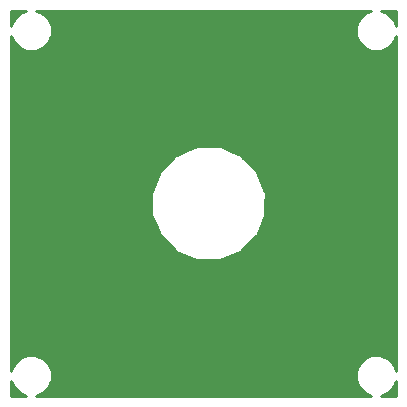
<source format=gbl>
G04 #@! TF.FileFunction,Copper,L2,Bot,Signal*
%FSLAX46Y46*%
G04 Gerber Fmt 4.6, Leading zero omitted, Abs format (unit mm)*
G04 Created by KiCad (PCBNEW 4.0.7) date Tue Jul  3 21:07:43 2018*
%MOMM*%
%LPD*%
G01*
G04 APERTURE LIST*
%ADD10C,0.100000*%
%ADD11C,0.254000*%
G04 APERTURE END LIST*
D10*
D11*
G36*
X39906637Y-61132955D02*
X39918917Y-61137903D01*
X39935067Y-61176989D01*
X40420456Y-61663226D01*
X40461823Y-61680403D01*
X40467045Y-61693363D01*
X40762853Y-61805402D01*
X40985854Y-61898000D01*
X39702000Y-61898000D01*
X39702000Y-60638920D01*
X39906637Y-61132955D01*
X39906637Y-61132955D01*
G37*
X39906637Y-61132955D02*
X39918917Y-61137903D01*
X39935067Y-61176989D01*
X40420456Y-61663226D01*
X40461823Y-61680403D01*
X40467045Y-61693363D01*
X40762853Y-61805402D01*
X40985854Y-61898000D01*
X39702000Y-61898000D01*
X39702000Y-60638920D01*
X39906637Y-61132955D01*
G36*
X69667045Y-29506637D02*
X69662097Y-29518917D01*
X69623011Y-29535067D01*
X69136774Y-30020456D01*
X69119597Y-30061823D01*
X69106637Y-30067045D01*
X68994598Y-30362853D01*
X68873300Y-30654971D01*
X68873275Y-30683173D01*
X68863286Y-30709547D01*
X68872977Y-31025736D01*
X68872701Y-31342014D01*
X68883469Y-31368074D01*
X68884333Y-31396268D01*
X69106637Y-31932955D01*
X69118917Y-31937903D01*
X69135067Y-31976989D01*
X69620456Y-32463226D01*
X69661823Y-32480403D01*
X69667045Y-32493363D01*
X69962853Y-32605402D01*
X70254971Y-32726700D01*
X70283173Y-32726725D01*
X70309547Y-32736714D01*
X70625736Y-32727023D01*
X70942014Y-32727299D01*
X70968074Y-32716531D01*
X70996268Y-32715667D01*
X71532955Y-32493363D01*
X71537903Y-32481083D01*
X71576989Y-32464933D01*
X72063226Y-31979544D01*
X72080403Y-31938177D01*
X72093363Y-31932955D01*
X72205402Y-31637147D01*
X72298000Y-31414146D01*
X72298000Y-59761080D01*
X72093363Y-59267045D01*
X72081083Y-59262097D01*
X72064933Y-59223011D01*
X71579544Y-58736774D01*
X71538177Y-58719597D01*
X71532955Y-58706637D01*
X71237147Y-58594598D01*
X70945029Y-58473300D01*
X70916827Y-58473275D01*
X70890453Y-58463286D01*
X70574264Y-58472977D01*
X70257986Y-58472701D01*
X70231926Y-58483469D01*
X70203732Y-58484333D01*
X69667045Y-58706637D01*
X69662097Y-58718917D01*
X69623011Y-58735067D01*
X69136774Y-59220456D01*
X69119597Y-59261823D01*
X69106637Y-59267045D01*
X68994598Y-59562853D01*
X68873300Y-59854971D01*
X68873275Y-59883173D01*
X68863286Y-59909547D01*
X68872977Y-60225736D01*
X68872701Y-60542014D01*
X68883469Y-60568074D01*
X68884333Y-60596268D01*
X69106637Y-61132955D01*
X69118917Y-61137903D01*
X69135067Y-61176989D01*
X69620456Y-61663226D01*
X69661823Y-61680403D01*
X69667045Y-61693363D01*
X69962853Y-61805402D01*
X70185854Y-61898000D01*
X41838920Y-61898000D01*
X42332955Y-61693363D01*
X42337903Y-61681083D01*
X42376989Y-61664933D01*
X42863226Y-61179544D01*
X42880403Y-61138177D01*
X42893363Y-61132955D01*
X43005402Y-60837147D01*
X43126700Y-60545029D01*
X43126725Y-60516827D01*
X43136714Y-60490453D01*
X43127023Y-60174264D01*
X43127299Y-59857986D01*
X43116531Y-59831926D01*
X43115667Y-59803732D01*
X42893363Y-59267045D01*
X42881083Y-59262097D01*
X42864933Y-59223011D01*
X42379544Y-58736774D01*
X42338177Y-58719597D01*
X42332955Y-58706637D01*
X42037147Y-58594598D01*
X41745029Y-58473300D01*
X41716827Y-58473275D01*
X41690453Y-58463286D01*
X41374264Y-58472977D01*
X41057986Y-58472701D01*
X41031926Y-58483469D01*
X41003732Y-58484333D01*
X40467045Y-58706637D01*
X40462097Y-58718917D01*
X40423011Y-58735067D01*
X39936774Y-59220456D01*
X39919597Y-59261823D01*
X39906637Y-59267045D01*
X39794598Y-59562853D01*
X39702000Y-59785854D01*
X39702000Y-46491148D01*
X51559785Y-46491148D01*
X51572192Y-46522355D01*
X51572163Y-46555937D01*
X51926465Y-47413413D01*
X52269252Y-48275583D01*
X52304509Y-48328349D01*
X52305482Y-48330704D01*
X52307298Y-48332523D01*
X52347314Y-48392412D01*
X52454977Y-48480460D01*
X53527954Y-49555311D01*
X53607588Y-49652686D01*
X53638429Y-49665980D01*
X53662154Y-49689746D01*
X54518996Y-50045538D01*
X55371043Y-50412803D01*
X55404623Y-50413282D01*
X55435638Y-50426161D01*
X56363441Y-50426971D01*
X57291148Y-50440215D01*
X57322355Y-50427808D01*
X57355937Y-50427837D01*
X58213413Y-50073535D01*
X59075583Y-49730748D01*
X59128349Y-49695491D01*
X59130704Y-49694518D01*
X59132523Y-49692702D01*
X59192412Y-49652686D01*
X59280460Y-49545023D01*
X60355311Y-48472046D01*
X60452686Y-48392412D01*
X60465980Y-48361571D01*
X60489746Y-48337846D01*
X60845538Y-47481004D01*
X61212803Y-46628957D01*
X61213282Y-46595377D01*
X61226161Y-46564362D01*
X61226971Y-45636559D01*
X61240215Y-44708852D01*
X61227808Y-44677645D01*
X61227837Y-44644063D01*
X60873535Y-43786587D01*
X60530748Y-42924417D01*
X60495491Y-42871651D01*
X60494518Y-42869296D01*
X60492702Y-42867477D01*
X60452686Y-42807588D01*
X60345023Y-42719540D01*
X59272046Y-41644689D01*
X59192412Y-41547314D01*
X59161571Y-41534020D01*
X59137846Y-41510254D01*
X58281004Y-41154462D01*
X57428957Y-40787197D01*
X57395377Y-40786718D01*
X57364362Y-40773839D01*
X56436559Y-40773029D01*
X55508852Y-40759785D01*
X55477645Y-40772192D01*
X55444063Y-40772163D01*
X54586587Y-41126465D01*
X53724417Y-41469252D01*
X53671651Y-41504509D01*
X53669296Y-41505482D01*
X53667477Y-41507298D01*
X53607588Y-41547314D01*
X53519540Y-41654977D01*
X52444689Y-42727954D01*
X52347314Y-42807588D01*
X52334020Y-42838429D01*
X52310254Y-42862154D01*
X51954462Y-43718996D01*
X51587197Y-44571043D01*
X51586718Y-44604623D01*
X51573839Y-44635638D01*
X51573029Y-45563441D01*
X51559785Y-46491148D01*
X39702000Y-46491148D01*
X39702000Y-31438920D01*
X39906637Y-31932955D01*
X39918917Y-31937903D01*
X39935067Y-31976989D01*
X40420456Y-32463226D01*
X40461823Y-32480403D01*
X40467045Y-32493363D01*
X40762853Y-32605402D01*
X41054971Y-32726700D01*
X41083173Y-32726725D01*
X41109547Y-32736714D01*
X41425736Y-32727023D01*
X41742014Y-32727299D01*
X41768074Y-32716531D01*
X41796268Y-32715667D01*
X42332955Y-32493363D01*
X42337903Y-32481083D01*
X42376989Y-32464933D01*
X42863226Y-31979544D01*
X42880403Y-31938177D01*
X42893363Y-31932955D01*
X43005402Y-31637147D01*
X43126700Y-31345029D01*
X43126725Y-31316827D01*
X43136714Y-31290453D01*
X43127023Y-30974264D01*
X43127299Y-30657986D01*
X43116531Y-30631926D01*
X43115667Y-30603732D01*
X42893363Y-30067045D01*
X42881083Y-30062097D01*
X42864933Y-30023011D01*
X42379544Y-29536774D01*
X42338177Y-29519597D01*
X42332955Y-29506637D01*
X42037147Y-29394598D01*
X41814146Y-29302000D01*
X70161080Y-29302000D01*
X69667045Y-29506637D01*
X69667045Y-29506637D01*
G37*
X69667045Y-29506637D02*
X69662097Y-29518917D01*
X69623011Y-29535067D01*
X69136774Y-30020456D01*
X69119597Y-30061823D01*
X69106637Y-30067045D01*
X68994598Y-30362853D01*
X68873300Y-30654971D01*
X68873275Y-30683173D01*
X68863286Y-30709547D01*
X68872977Y-31025736D01*
X68872701Y-31342014D01*
X68883469Y-31368074D01*
X68884333Y-31396268D01*
X69106637Y-31932955D01*
X69118917Y-31937903D01*
X69135067Y-31976989D01*
X69620456Y-32463226D01*
X69661823Y-32480403D01*
X69667045Y-32493363D01*
X69962853Y-32605402D01*
X70254971Y-32726700D01*
X70283173Y-32726725D01*
X70309547Y-32736714D01*
X70625736Y-32727023D01*
X70942014Y-32727299D01*
X70968074Y-32716531D01*
X70996268Y-32715667D01*
X71532955Y-32493363D01*
X71537903Y-32481083D01*
X71576989Y-32464933D01*
X72063226Y-31979544D01*
X72080403Y-31938177D01*
X72093363Y-31932955D01*
X72205402Y-31637147D01*
X72298000Y-31414146D01*
X72298000Y-59761080D01*
X72093363Y-59267045D01*
X72081083Y-59262097D01*
X72064933Y-59223011D01*
X71579544Y-58736774D01*
X71538177Y-58719597D01*
X71532955Y-58706637D01*
X71237147Y-58594598D01*
X70945029Y-58473300D01*
X70916827Y-58473275D01*
X70890453Y-58463286D01*
X70574264Y-58472977D01*
X70257986Y-58472701D01*
X70231926Y-58483469D01*
X70203732Y-58484333D01*
X69667045Y-58706637D01*
X69662097Y-58718917D01*
X69623011Y-58735067D01*
X69136774Y-59220456D01*
X69119597Y-59261823D01*
X69106637Y-59267045D01*
X68994598Y-59562853D01*
X68873300Y-59854971D01*
X68873275Y-59883173D01*
X68863286Y-59909547D01*
X68872977Y-60225736D01*
X68872701Y-60542014D01*
X68883469Y-60568074D01*
X68884333Y-60596268D01*
X69106637Y-61132955D01*
X69118917Y-61137903D01*
X69135067Y-61176989D01*
X69620456Y-61663226D01*
X69661823Y-61680403D01*
X69667045Y-61693363D01*
X69962853Y-61805402D01*
X70185854Y-61898000D01*
X41838920Y-61898000D01*
X42332955Y-61693363D01*
X42337903Y-61681083D01*
X42376989Y-61664933D01*
X42863226Y-61179544D01*
X42880403Y-61138177D01*
X42893363Y-61132955D01*
X43005402Y-60837147D01*
X43126700Y-60545029D01*
X43126725Y-60516827D01*
X43136714Y-60490453D01*
X43127023Y-60174264D01*
X43127299Y-59857986D01*
X43116531Y-59831926D01*
X43115667Y-59803732D01*
X42893363Y-59267045D01*
X42881083Y-59262097D01*
X42864933Y-59223011D01*
X42379544Y-58736774D01*
X42338177Y-58719597D01*
X42332955Y-58706637D01*
X42037147Y-58594598D01*
X41745029Y-58473300D01*
X41716827Y-58473275D01*
X41690453Y-58463286D01*
X41374264Y-58472977D01*
X41057986Y-58472701D01*
X41031926Y-58483469D01*
X41003732Y-58484333D01*
X40467045Y-58706637D01*
X40462097Y-58718917D01*
X40423011Y-58735067D01*
X39936774Y-59220456D01*
X39919597Y-59261823D01*
X39906637Y-59267045D01*
X39794598Y-59562853D01*
X39702000Y-59785854D01*
X39702000Y-46491148D01*
X51559785Y-46491148D01*
X51572192Y-46522355D01*
X51572163Y-46555937D01*
X51926465Y-47413413D01*
X52269252Y-48275583D01*
X52304509Y-48328349D01*
X52305482Y-48330704D01*
X52307298Y-48332523D01*
X52347314Y-48392412D01*
X52454977Y-48480460D01*
X53527954Y-49555311D01*
X53607588Y-49652686D01*
X53638429Y-49665980D01*
X53662154Y-49689746D01*
X54518996Y-50045538D01*
X55371043Y-50412803D01*
X55404623Y-50413282D01*
X55435638Y-50426161D01*
X56363441Y-50426971D01*
X57291148Y-50440215D01*
X57322355Y-50427808D01*
X57355937Y-50427837D01*
X58213413Y-50073535D01*
X59075583Y-49730748D01*
X59128349Y-49695491D01*
X59130704Y-49694518D01*
X59132523Y-49692702D01*
X59192412Y-49652686D01*
X59280460Y-49545023D01*
X60355311Y-48472046D01*
X60452686Y-48392412D01*
X60465980Y-48361571D01*
X60489746Y-48337846D01*
X60845538Y-47481004D01*
X61212803Y-46628957D01*
X61213282Y-46595377D01*
X61226161Y-46564362D01*
X61226971Y-45636559D01*
X61240215Y-44708852D01*
X61227808Y-44677645D01*
X61227837Y-44644063D01*
X60873535Y-43786587D01*
X60530748Y-42924417D01*
X60495491Y-42871651D01*
X60494518Y-42869296D01*
X60492702Y-42867477D01*
X60452686Y-42807588D01*
X60345023Y-42719540D01*
X59272046Y-41644689D01*
X59192412Y-41547314D01*
X59161571Y-41534020D01*
X59137846Y-41510254D01*
X58281004Y-41154462D01*
X57428957Y-40787197D01*
X57395377Y-40786718D01*
X57364362Y-40773839D01*
X56436559Y-40773029D01*
X55508852Y-40759785D01*
X55477645Y-40772192D01*
X55444063Y-40772163D01*
X54586587Y-41126465D01*
X53724417Y-41469252D01*
X53671651Y-41504509D01*
X53669296Y-41505482D01*
X53667477Y-41507298D01*
X53607588Y-41547314D01*
X53519540Y-41654977D01*
X52444689Y-42727954D01*
X52347314Y-42807588D01*
X52334020Y-42838429D01*
X52310254Y-42862154D01*
X51954462Y-43718996D01*
X51587197Y-44571043D01*
X51586718Y-44604623D01*
X51573839Y-44635638D01*
X51573029Y-45563441D01*
X51559785Y-46491148D01*
X39702000Y-46491148D01*
X39702000Y-31438920D01*
X39906637Y-31932955D01*
X39918917Y-31937903D01*
X39935067Y-31976989D01*
X40420456Y-32463226D01*
X40461823Y-32480403D01*
X40467045Y-32493363D01*
X40762853Y-32605402D01*
X41054971Y-32726700D01*
X41083173Y-32726725D01*
X41109547Y-32736714D01*
X41425736Y-32727023D01*
X41742014Y-32727299D01*
X41768074Y-32716531D01*
X41796268Y-32715667D01*
X42332955Y-32493363D01*
X42337903Y-32481083D01*
X42376989Y-32464933D01*
X42863226Y-31979544D01*
X42880403Y-31938177D01*
X42893363Y-31932955D01*
X43005402Y-31637147D01*
X43126700Y-31345029D01*
X43126725Y-31316827D01*
X43136714Y-31290453D01*
X43127023Y-30974264D01*
X43127299Y-30657986D01*
X43116531Y-30631926D01*
X43115667Y-30603732D01*
X42893363Y-30067045D01*
X42881083Y-30062097D01*
X42864933Y-30023011D01*
X42379544Y-29536774D01*
X42338177Y-29519597D01*
X42332955Y-29506637D01*
X42037147Y-29394598D01*
X41814146Y-29302000D01*
X70161080Y-29302000D01*
X69667045Y-29506637D01*
G36*
X72298000Y-61898000D02*
X71038920Y-61898000D01*
X71532955Y-61693363D01*
X71537903Y-61681083D01*
X71576989Y-61664933D01*
X72063226Y-61179544D01*
X72080403Y-61138177D01*
X72093363Y-61132955D01*
X72205402Y-60837147D01*
X72298000Y-60614146D01*
X72298000Y-61898000D01*
X72298000Y-61898000D01*
G37*
X72298000Y-61898000D02*
X71038920Y-61898000D01*
X71532955Y-61693363D01*
X71537903Y-61681083D01*
X71576989Y-61664933D01*
X72063226Y-61179544D01*
X72080403Y-61138177D01*
X72093363Y-61132955D01*
X72205402Y-60837147D01*
X72298000Y-60614146D01*
X72298000Y-61898000D01*
G36*
X40467045Y-29506637D02*
X40462097Y-29518917D01*
X40423011Y-29535067D01*
X39936774Y-30020456D01*
X39919597Y-30061823D01*
X39906637Y-30067045D01*
X39794598Y-30362853D01*
X39702000Y-30585854D01*
X39702000Y-29302000D01*
X40961080Y-29302000D01*
X40467045Y-29506637D01*
X40467045Y-29506637D01*
G37*
X40467045Y-29506637D02*
X40462097Y-29518917D01*
X40423011Y-29535067D01*
X39936774Y-30020456D01*
X39919597Y-30061823D01*
X39906637Y-30067045D01*
X39794598Y-30362853D01*
X39702000Y-30585854D01*
X39702000Y-29302000D01*
X40961080Y-29302000D01*
X40467045Y-29506637D01*
G36*
X72298000Y-30561080D02*
X72093363Y-30067045D01*
X72081083Y-30062097D01*
X72064933Y-30023011D01*
X71579544Y-29536774D01*
X71538177Y-29519597D01*
X71532955Y-29506637D01*
X71237147Y-29394598D01*
X71014146Y-29302000D01*
X72298000Y-29302000D01*
X72298000Y-30561080D01*
X72298000Y-30561080D01*
G37*
X72298000Y-30561080D02*
X72093363Y-30067045D01*
X72081083Y-30062097D01*
X72064933Y-30023011D01*
X71579544Y-29536774D01*
X71538177Y-29519597D01*
X71532955Y-29506637D01*
X71237147Y-29394598D01*
X71014146Y-29302000D01*
X72298000Y-29302000D01*
X72298000Y-30561080D01*
M02*

</source>
